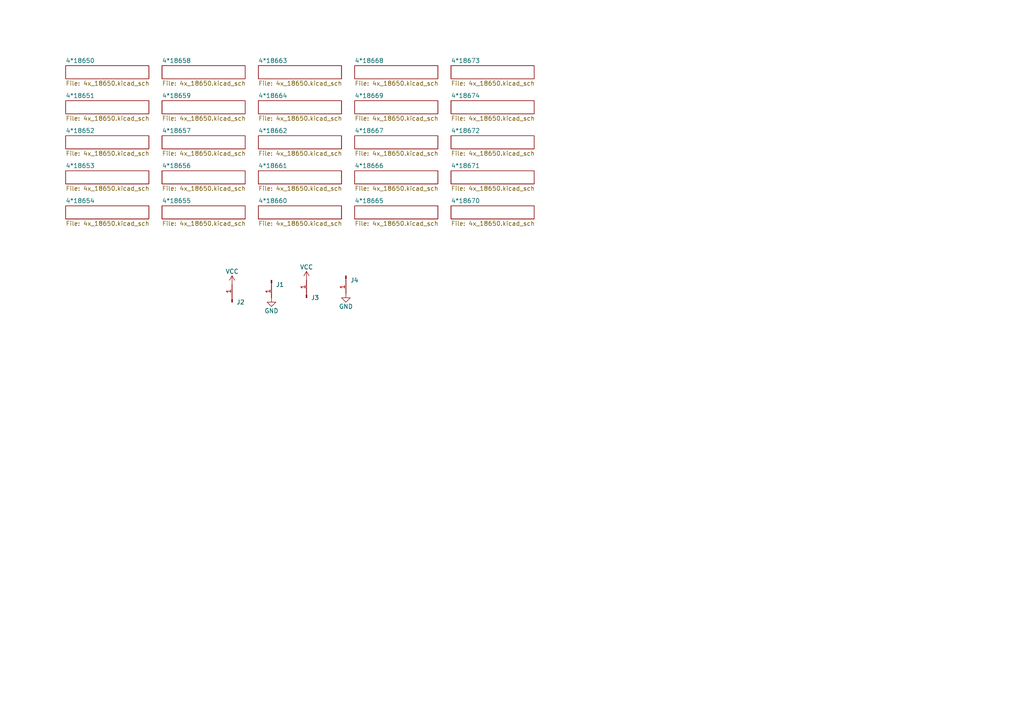
<source format=kicad_sch>
(kicad_sch (version 20230121) (generator eeschema)
  (paper "A4")
  (lib_symbols
    (symbol "Connector:Conn_01x01_Pin" (pin_names (offset 1.016) hide)
      (property "Reference" "J" (at 0 2.54 0))
      (property "Value" "Conn_01x01_Pin" (at 0 -2.54 0))
      (symbol "Conn_01x01_Pin_1_1"
        (polyline (pts (xy 1.27 0) (xy 0.8636 0)) (stroke (width 0.1524)))
        (rectangle (start 0.8636 0.127) (end 0 -0.127) (stroke (width 0.1524)) (fill (type outline)))
        (pin passive line (at 5.08 0 180) (length 3.81) (name "Pin_1") (number "1"))
      )
    )
    (symbol "power:GND" (power) (pin_names (offset 0))
      (property "Value" "GND" (at 0 -3.81 0))
      (symbol "GND_0_1"
        (polyline (pts (xy 0 0) (xy 0 -1.27) (xy 1.27 -1.27) (xy 0 -2.54) (xy -1.27 -1.27) (xy 0 -1.27)))
      )
      (symbol "GND_1_1"
        (pin power_in line (at 0 0 270) (length 0) hide (name "GND") (number "1"))
      )
    )
    (symbol "power:VCC" (power) (pin_names (offset 0))
      (property "Value" "VCC" (at 0 3.81 0))
      (symbol "VCC_0_1"
        (polyline (pts (xy -0.762 1.27) (xy 0 2.54)))
        (polyline (pts (xy 0 0) (xy 0 2.54)))
        (polyline (pts (xy 0 2.54) (xy 0.762 1.27)))
      )
      (symbol "VCC_1_1"
        (pin power_in line (at 0 0 90) (length 0) hide (name "VCC") (number "1"))
      )
    )
  )
  (symbol (lib_id "Connector:Conn_01x01_Pin") (at 67.31 87.63 90) (unit 1)
    (property "Reference" "J2" (at 68.58 87.63 90) (effects (justify right)))
    (property "Value" "Conn_01x01_Pin" (effects hide))
    (property "Footprint" "TerminalBlock_Wuerth:Wuerth_REDCUBE-THR_WP-THRBU_74655095_THR" (effects hide))
    (property "Field4" "https://www.digikey.com/en/products/detail/w%C3%BCrth-elektronik/74655095R/6643999" (effects hide))
  )
  (symbol (lib_id "power:GND") (at 78.74 86.36 0) (unit 1)
    (property "Reference" "#PWR0127" (effects hide))
    (property "Value" "GND" (at 78.74 90.17 0))
  )
  (symbol (lib_id "Connector:Conn_01x01_Pin") (at 100.33 80.01 270) (unit 1)
    (property "Reference" "J4" (at 101.6 81.28 90) (effects (justify left)))
    (property "Value" "Conn_01x01_Pin" (effects hide))
    (property "Footprint" "TerminalBlock_Wuerth:Wuerth_REDCUBE-THR_WP-THRBU_74655095_THR" (effects hide))
    (property "Field4" "https://www.digikey.com/en/products/detail/w%C3%BCrth-elektronik/74655095R/6643999" (effects hide))
  )
  (symbol (lib_id "power:GND") (at 100.33 85.09 0) (unit 1)
    (property "Reference" "#PWR0129" (effects hide))
    (property "Value" "GND" (at 100.33 88.9 0))
  )
  (symbol (lib_id "power:VCC") (at 88.9 81.28 0) (unit 1)
    (property "Reference" "#PWR0128" (effects hide))
    (property "Value" "VCC" (at 88.9 77.47 0))
  )
  (symbol (lib_id "power:VCC") (at 67.31 82.55 0) (unit 1)
    (property "Reference" "#PWR0126" (effects hide))
    (property "Value" "VCC" (at 67.31 78.74 0))
  )
  (symbol (lib_id "Connector:Conn_01x01_Pin") (at 88.9 86.36 90) (unit 1)
    (property "Reference" "J3" (at 90.17 86.36 90) (effects (justify right)))
    (property "Value" "Conn_01x01_Pin" (effects hide))
    (property "Footprint" "TerminalBlock_Wuerth:Wuerth_REDCUBE-THR_WP-THRBU_74655095_THR" (effects hide))
    (property "Field4" "https://www.digikey.com/en/products/detail/w%C3%BCrth-elektronik/74655095R/6643999" (effects hide))
  )
  (symbol (lib_id "Connector:Conn_01x01_Pin") (at 78.74 81.28 270) (unit 1)
    (property "Reference" "J1" (at 80.01 82.55 90) (effects (justify left)))
    (property "Value" "Conn_01x01_Pin" (effects hide))
    (property "Footprint" "TerminalBlock_Wuerth:Wuerth_REDCUBE-THR_WP-THRBU_74655095_THR" (effects hide))
    (property "Field4" "https://www.digikey.com/en/products/detail/w%C3%BCrth-elektronik/74655095R/6643999" (effects hide))
  )
  (sheet (at 46.99 19.05) (size 24.13 3.81) (stroke (width 0.1524))
    (property "Sheetname" "4*18658" (at 46.99 18.3384 0) (effects (justify left bottom)))
    (property "Sheetfile" "4x_18650.kicad_sch" (at 46.99 23.4446 0) (effects (justify left top)))
  )
  (sheet (at 102.87 29.21) (size 24.13 3.81) (stroke (width 0.1524))
    (property "Sheetname" "4*18669" (at 102.87 28.4984 0) (effects (justify left bottom)))
    (property "Sheetfile" "4x_18650.kicad_sch" (at 102.87 33.6046 0) (effects (justify left top)))
  )
  (sheet (at 102.87 49.53) (size 24.13 3.81) (stroke (width 0.1524))
    (property "Sheetname" "4*18666" (at 102.87 48.8184 0) (effects (justify left bottom)))
    (property "Sheetfile" "4x_18650.kicad_sch" (at 102.87 53.9246 0) (effects (justify left top)))
  )
  (sheet (at 19.05 49.53) (size 24.13 3.81) (stroke (width 0.1524))
    (property "Sheetname" "4*18653" (at 19.05 48.8184 0) (effects (justify left bottom)))
    (property "Sheetfile" "4x_18650.kicad_sch" (at 19.05 53.9246 0) (effects (justify left top)))
  )
  (sheet (at 19.05 29.21) (size 24.13 3.81) (stroke (width 0.1524))
    (property "Sheetname" "4*18651" (at 19.05 28.4984 0) (effects (justify left bottom)))
    (property "Sheetfile" "4x_18650.kicad_sch" (at 19.05 33.6046 0) (effects (justify left top)))
  )
  (sheet (at 19.05 59.69) (size 24.13 3.81) (stroke (width 0.1524))
    (property "Sheetname" "4*18654" (at 19.05 58.9784 0) (effects (justify left bottom)))
    (property "Sheetfile" "4x_18650.kicad_sch" (at 19.05 64.0846 0) (effects (justify left top)))
  )
  (sheet (at 74.93 29.21) (size 24.13 3.81) (stroke (width 0.1524))
    (property "Sheetname" "4*18664" (at 74.93 28.4984 0) (effects (justify left bottom)))
    (property "Sheetfile" "4x_18650.kicad_sch" (at 74.93 33.6046 0) (effects (justify left top)))
  )
  (sheet (at 46.99 39.37) (size 24.13 3.81) (stroke (width 0.1524))
    (property "Sheetname" "4*18657" (at 46.99 38.6584 0) (effects (justify left bottom)))
    (property "Sheetfile" "4x_18650.kicad_sch" (at 46.99 43.7646 0) (effects (justify left top)))
  )
  (sheet (at 130.81 39.37) (size 24.13 3.81) (stroke (width 0.1524))
    (property "Sheetname" "4*18672" (at 130.81 38.6584 0) (effects (justify left bottom)))
    (property "Sheetfile" "4x_18650.kicad_sch" (at 130.81 43.7646 0) (effects (justify left top)))
  )
  (sheet (at 130.81 49.53) (size 24.13 3.81) (stroke (width 0.1524))
    (property "Sheetname" "4*18671" (at 130.81 48.8184 0) (effects (justify left bottom)))
    (property "Sheetfile" "4x_18650.kicad_sch" (at 130.81 53.9246 0) (effects (justify left top)))
  )
  (sheet (at 46.99 29.21) (size 24.13 3.81) (stroke (width 0.1524))
    (property "Sheetname" "4*18659" (at 46.99 28.4984 0) (effects (justify left bottom)))
    (property "Sheetfile" "4x_18650.kicad_sch" (at 46.99 33.6046 0) (effects (justify left top)))
  )
  (sheet (at 74.93 19.05) (size 24.13 3.81) (stroke (width 0.1524))
    (property "Sheetname" "4*18663" (at 74.93 18.3384 0) (effects (justify left bottom)))
    (property "Sheetfile" "4x_18650.kicad_sch" (at 74.93 23.4446 0) (effects (justify left top)))
  )
  (sheet (at 102.87 39.37) (size 24.13 3.81) (stroke (width 0.1524))
    (property "Sheetname" "4*18667" (at 102.87 38.6584 0) (effects (justify left bottom)))
    (property "Sheetfile" "4x_18650.kicad_sch" (at 102.87 43.7646 0) (effects (justify left top)))
  )
  (sheet (at 46.99 49.53) (size 24.13 3.81) (stroke (width 0.1524))
    (property "Sheetname" "4*18656" (at 46.99 48.8184 0) (effects (justify left bottom)))
    (property "Sheetfile" "4x_18650.kicad_sch" (at 46.99 53.9246 0) (effects (justify left top)))
  )
  (sheet (at 19.05 39.37) (size 24.13 3.81) (stroke (width 0.1524))
    (property "Sheetname" "4*18652" (at 19.05 38.6584 0) (effects (justify left bottom)))
    (property "Sheetfile" "4x_18650.kicad_sch" (at 19.05 43.7646 0) (effects (justify left top)))
  )
  (sheet (at 74.93 39.37) (size 24.13 3.81) (stroke (width 0.1524))
    (property "Sheetname" "4*18662" (at 74.93 38.6584 0) (effects (justify left bottom)))
    (property "Sheetfile" "4x_18650.kicad_sch" (at 74.93 43.7646 0) (effects (justify left top)))
  )
  (sheet (at 102.87 19.05) (size 24.13 3.81) (stroke (width 0.1524))
    (property "Sheetname" "4*18668" (at 102.87 18.3384 0) (effects (justify left bottom)))
    (property "Sheetfile" "4x_18650.kicad_sch" (at 102.87 23.4446 0) (effects (justify left top)))
  )
  (sheet (at 130.81 59.69) (size 24.13 3.81) (stroke (width 0.1524))
    (property "Sheetname" "4*18670" (at 130.81 58.9784 0) (effects (justify left bottom)))
    (property "Sheetfile" "4x_18650.kicad_sch" (at 130.81 64.0846 0) (effects (justify left top)))
  )
  (sheet (at 130.81 19.05) (size 24.13 3.81) (stroke (width 0.1524))
    (property "Sheetname" "4*18673" (at 130.81 18.3384 0) (effects (justify left bottom)))
    (property "Sheetfile" "4x_18650.kicad_sch" (at 130.81 23.4446 0) (effects (justify left top)))
  )
  (sheet (at 19.05 19.05) (size 24.13 3.81) (stroke (width 0.1524))
    (property "Sheetname" "4*18650" (at 19.05 18.3384 0) (effects (justify left bottom)))
    (property "Sheetfile" "4x_18650.kicad_sch" (at 19.05 23.4446 0) (effects (justify left top)))
  )
  (sheet (at 102.87 59.69) (size 24.13 3.81) (stroke (width 0.1524))
    (property "Sheetname" "4*18665" (at 102.87 58.9784 0) (effects (justify left bottom)))
    (property "Sheetfile" "4x_18650.kicad_sch" (at 102.87 64.0846 0) (effects (justify left top)))
  )
  (sheet (at 74.93 59.69) (size 24.13 3.81) (stroke (width 0.1524))
    (property "Sheetname" "4*18660" (at 74.93 58.9784 0) (effects (justify left bottom)))
    (property "Sheetfile" "4x_18650.kicad_sch" (at 74.93 64.0846 0) (effects (justify left top)))
  )
  (sheet (at 74.93 49.53) (size 24.13 3.81) (stroke (width 0.1524))
    (property "Sheetname" "4*18661" (at 74.93 48.8184 0) (effects (justify left bottom)))
    (property "Sheetfile" "4x_18650.kicad_sch" (at 74.93 53.9246 0) (effects (justify left top)))
  )
  (sheet (at 46.99 59.69) (size 24.13 3.81) (stroke (width 0.1524))
    (property "Sheetname" "4*18655" (at 46.99 58.9784 0) (effects (justify left bottom)))
    (property "Sheetfile" "4x_18650.kicad_sch" (at 46.99 64.0846 0) (effects (justify left top)))
  )
  (sheet (at 130.81 29.21) (size 24.13 3.81) (stroke (width 0.1524))
    (property "Sheetname" "4*18674" (at 130.81 28.4984 0) (effects (justify left bottom)))
    (property "Sheetfile" "4x_18650.kicad_sch" (at 130.81 33.6046 0) (effects (justify left top)))
  )
)
</source>
